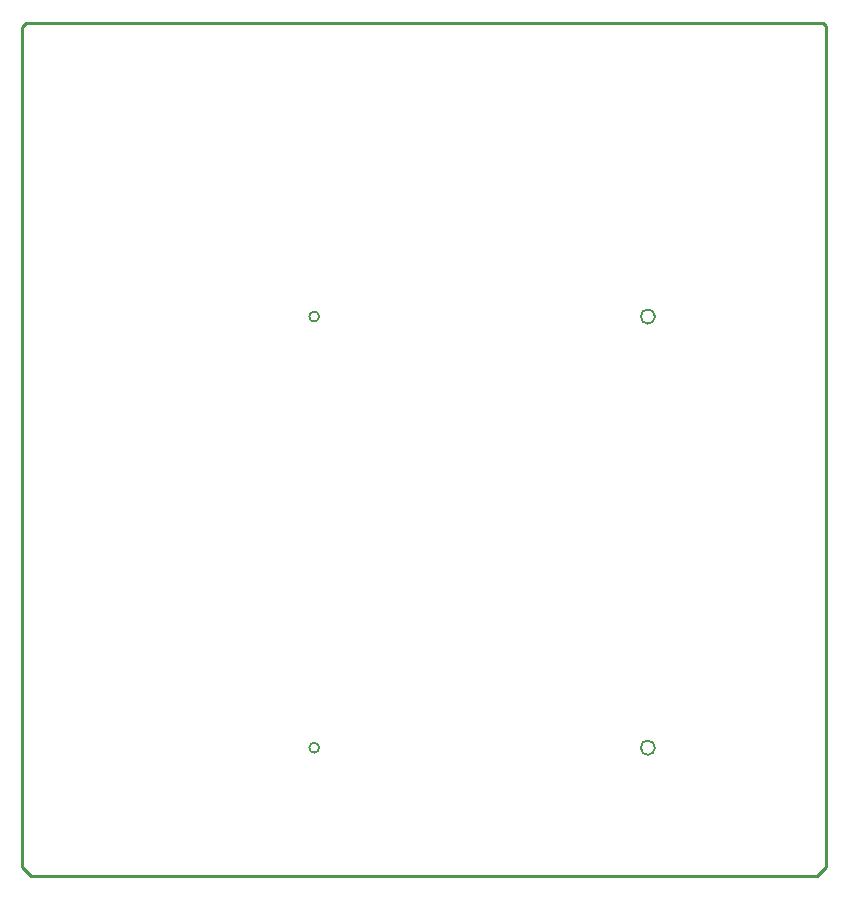
<source format=gko>
G04*
G04 #@! TF.GenerationSoftware,Altium Limited,Altium Designer,22.1.2 (22)*
G04*
G04 Layer_Color=16711935*
%FSLAX25Y25*%
%MOIN*%
G70*
G04*
G04 #@! TF.SameCoordinates,691D6CEF-7681-4429-9CE0-D2776B591AA1*
G04*
G04*
G04 #@! TF.FilePolarity,Positive*
G04*
G01*
G75*
%ADD11C,0.01000*%
%ADD13C,0.00500*%
D11*
X-97500Y96500D02*
X-96000Y98000D01*
X-97500Y-183500D02*
Y96500D01*
Y-183500D02*
X-94500Y-186500D01*
X167500D01*
X170500Y-183500D01*
Y97000D01*
X169500Y98000D02*
X170500Y97000D01*
X-96000Y98000D02*
X169500D01*
D13*
X1654Y0D02*
G03*
X1654Y0I-1654J0D01*
G01*
X113601Y0D02*
G03*
X113601Y0I-2380J0D01*
G01*
X1654Y-143701D02*
G03*
X1654Y-143701I-1654J0D01*
G01*
X113601Y-143701D02*
G03*
X113601Y-143701I-2380J0D01*
G01*
X113583D02*
G03*
X113583Y-143701I-2362J0D01*
G01*
X1654Y-143701D02*
G03*
X1654Y-143701I-1654J0D01*
G01*
X113583Y0D02*
G03*
X113583Y0I-2362J0D01*
G01*
X1654Y0D02*
G03*
X1654Y0I-1654J0D01*
G01*
M02*

</source>
